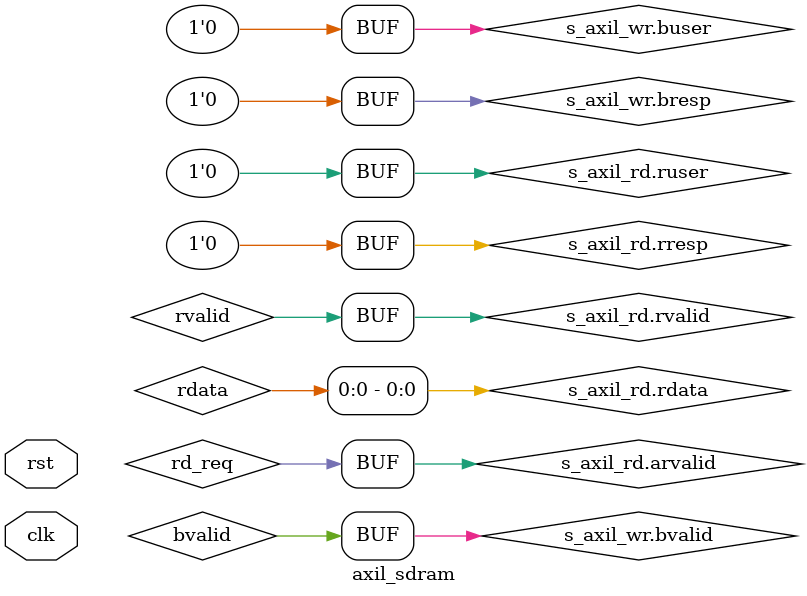
<source format=sv>

module axil_sdram
(
    input  wire logic    clk,
    input  wire logic    rst,
    taxi_axil_if.wr_slv  s_axil_wr,
    taxi_axil_if.rd_slv  s_axil_rd,
    sdram_ctrl_if.man    sdram_ctrl
);

wire rd_req, wr_req, rd_ack, wr_ack;
logic bvalid, rvalid;
logic [31:0] rdata;

assign rd_req = s_axil_rd.arvalid;
assign wr_req = s_axil_wr.awvalid & s_axil_wr.wvalid;

assign rd_ack = rd_req & sdram_ctrl.rdy;
assign wr_ack = wr_req & sdram_ctrl.rdy;

always_ff @(posedge clk) begin
    if(s_axil_rd.rready) begin
        rdata <= '0;
        rvalid <= 1'b0;
    end
    if(sdram_ctrl.rvalid) begin
        rdata <= sdram_ctrl.read_data;
        rvalid <= 1'b1;
    end

    if (s_axil_wr.bready) bvalid <= 0;
    if (sdram_ctrl.wvalid) bvalid <= 1;

    if (rst) begin
        rdata <=  '0;
        rvalid <= 1'b0;
        bvalid <= 1'b0;
    end
end

assign s_axil_rd.arready = rd_ack;
assign s_axil_wr.awready = wr_ack;
assign s_axil_wr.wready = wr_ack;
assign s_axil_rd.rdata = rdata;
assign s_axil_rd.rvalid = rvalid;
assign s_axil_wr.bvalid = bvalid;
assign s_axil_rd.rresp = 2'b00;
assign s_axil_wr.bresp = 2'b00;
assign s_axil_rd.ruser = '0;
assign s_axil_wr.buser = '0;

always_comb begin
    sdram_ctrl.wr = 0;
    sdram_ctrl.rd = 0;
    sdram_ctrl.addr = 0;
    sdram_ctrl.write_data = 0;
 
    if (wr_req) begin
        sdram_ctrl.wr = s_axil_wr.wstrb;
        sdram_ctrl.addr = s_axil_wr.awaddr;
        sdram_ctrl.write_data = s_axil_wr.wdata;
    end
    if (rd_req) begin
        sdram_ctrl.rd = 1'b1;
        sdram_ctrl.addr = s_axil_rd.araddr;
    end
end

endmodule

</source>
